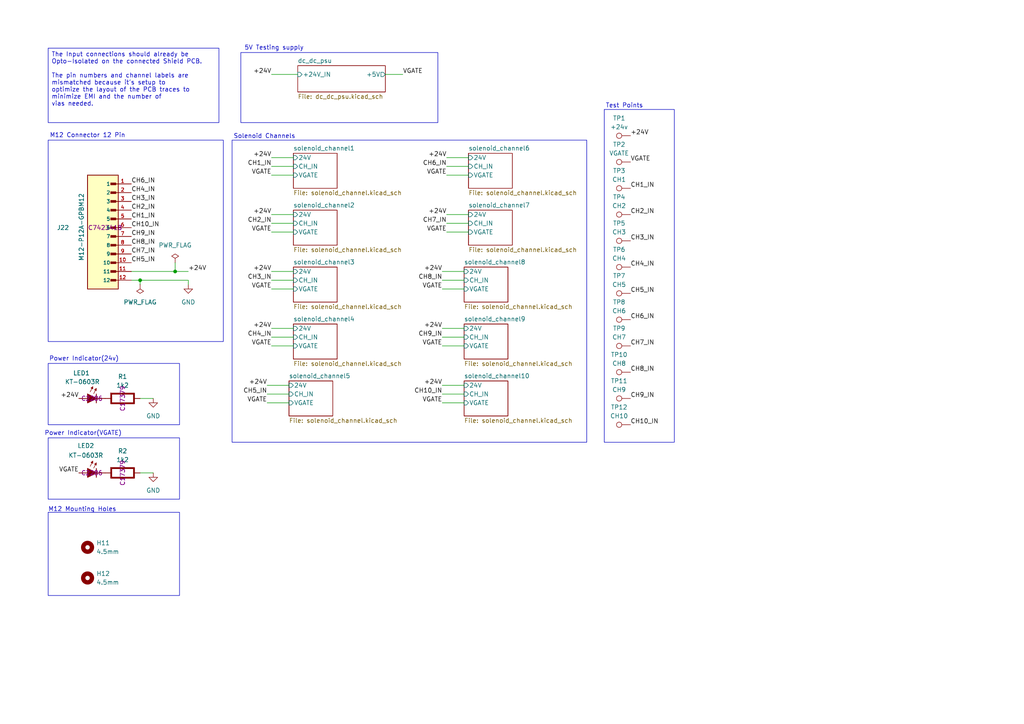
<source format=kicad_sch>
(kicad_sch (version 20250114) (generator "eeschema") (generator_version "9.0")
  (paper "A4")
  (title_block (title "Solenoid_10") (date "2025-04-12") (rev "0.1.0") (company "Homewood Creations") (comment 1 "Author: Jake Goodwin"))
  (lib_symbols
    (symbol "Connector:TestPoint" (pin_numbers (hide yes)) (pin_names (offset 0.762) (hide yes))
      (property "Reference" "TP" (at 0 6.858 0))
      (property "Value" "TestPoint" (at 0 5.08 0))
      (symbol "TestPoint_0_1"
        (circle (center 0 3.302) (radius 0.762))
      )
      (symbol "TestPoint_1_1"
        (pin passive line (at 0 0 90) (length 2.54) (name "1") (number "1"))
      )
    )
    (symbol "Mechanical:MountingHole" (pin_names (offset 1.016)) (exclude_from_sim yes) (in_bom no)
      (property "Reference" "H" (at 0 5.08 0))
      (property "Value" "MountingHole" (at 0 3.175 0))
      (symbol "MountingHole_0_1"
        (circle (center 0 0) (radius 1.27) (stroke (width 1.27)))
      )
    )
    (symbol "PCM_Elektuur:R" (pin_numbers (hide yes)) (pin_names (offset 0) (hide yes))
      (property "Reference" "R" (at 2.54 3.175 0))
      (property "Value" "R" (at 0 0 90))
      (symbol "R_1_1"
        (polyline (pts (xy -1.524 -3.429) (xy 1.524 -3.429) (xy 1.524 3.429) (xy -1.524 3.429) (xy -1.524 -3.429) (xy -1.27 -3.175) (xy -1.27 3.175) (xy 1.27 3.175) (xy 1.27 -3.175) (xy -1.27 -3.175) (xy -1.524 -3.429)) (stroke (width 0.254)) (fill (type outline)))
        (pin passive line (at 0 5.08 270) (length 1.651) (name "+") (number "1"))
        (pin passive line (at 0 -5.08 90) (length 1.651) (name "-") (number "2"))
      )
      (symbol "R_1_2"
        (polyline (pts (xy -0.508 -3.429) (xy 1.524 -3.429) (xy 1.524 3.429) (xy -0.508 3.429) (xy -0.508 3.175) (xy 1.27 3.175) (xy 1.27 -3.175) (xy -0.508 -3.175) (xy -0.508 -3.429)) (stroke (width 0.254)) (fill (type outline)))
        (pin passive line (at 0 5.08 270) (length 1.651) (name "+") (number "1"))
        (pin passive line (at 0 -5.08 90) (length 1.651) (name "-") (number "2"))
      )
      (symbol "R_1_3"
        (polyline (pts (xy 0 3.4798) (xy 0 3.2004) (xy 0.7112 2.794) (xy -1.1938 1.6764) (xy 0.7112 0.5588) (xy -1.1938 -0.5588) (xy 0.7112 -1.6764) (xy -1.1938 -2.794) (xy 0 -3.4798) (xy 0 -3.2004) (xy -0.7112 -2.794) (xy 1.1938 -1.6764) (xy -0.7112 -0.5588) (xy 1.1938 0.5588) (xy -0.7112 1.6764) (xy 1.1938 2.794) (xy 0 3.4798)) (stroke (width 0.254)) (fill (type outline)))
        (pin passive line (at 0 5.08 270) (length 1.6002) (name "+") (number "1"))
        (pin passive line (at 0 -5.08 90) (length 1.6002) (name "-") (number "2"))
      )
      (symbol "R_1_4"
        (polyline (pts (xy 0 4.5466) (xy 0 4.2672) (xy 0.0508 4.2418) (xy 1.016 3.683) (xy -1.524 2.2098) (xy 1.016 0.7366) (xy -1.524 -0.7366) (xy 1.016 -2.2098) (xy -1.524 -3.683) (xy -0.0762 -4.5212) (xy 0 -4.5466) (xy 0 -4.2672) (xy -0.0508 -4.2418) (xy -1.016 -3.683) (xy 1.524 -2.2098) (xy -1.016 -0.7366) (xy 1.524 0.7366) (xy -1.016 2.2098) (xy 1.524 3.683) (xy 0.0762 4.5212) (xy 0 4.5466)) (stroke (width 0.254)) (fill (type outline)))
        (pin passive line (at 0 5.08 270) (length 0.5334) (name "+") (number "1"))
        (pin passive line (at 0 -5.08 90) (length 0.5334) (name "-") (number "2"))
      )
    )
    (symbol "PCM_LED_AKL:LED_1.8mm_SMD" (pin_numbers (hide yes)) (pin_names (offset 1.016) (hide yes))
      (property "Reference" "LED" (at 0 7.62 0))
      (property "Value" "LED_1.8mm_SMD" (at 0 5.08 0))
      (symbol "LED_1.8mm_SMD_0_1"
        (polyline (pts (xy -1.27 1.27) (xy -1.27 -1.27) (xy 1.27 0) (xy -1.27 1.27)) (stroke (width 0.254)) (fill (type outline)))
        (polyline (pts (xy -0.508 1.905) (xy 0.254 3.429)) (stroke (width 0.1524)))
        (polyline (pts (xy 0 2.921) (xy -0.254 3.048)) (stroke (width 0.1524)))
        (polyline (pts (xy 0 2.921) (xy 0.254 2.794)) (stroke (width 0.1524)))
        (polyline (pts (xy 0.254 2.794) (xy -0.254 3.048) (xy 0.254 3.429) (xy 0.254 2.794)) (stroke (width 0.1524)) (fill (type outline)))
        (polyline (pts (xy 0.508 1.397) (xy 1.27 2.921)) (stroke (width 0.1524)))
        (polyline (pts (xy 1.016 2.413) (xy 0.762 2.54)) (stroke (width 0.1524)))
        (polyline (pts (xy 1.016 2.413) (xy 1.27 2.286)) (stroke (width 0.1524)))
        (polyline (pts (xy 1.27 2.286) (xy 0.762 2.54) (xy 1.27 2.921) (xy 1.27 2.286)) (stroke (width 0.1524)) (fill (type outline)))
        (polyline (pts (xy 1.27 1.27) (xy 1.27 -1.27)) (stroke (width 0.254)))
        (polyline (pts (xy 1.27 0) (xy -1.27 0)))
      )
      (symbol "LED_1.8mm_SMD_0_2"
        (polyline (pts (xy -2.54 -2.54) (xy 2.54 2.54)))
        (polyline (pts (xy -2.159 2.413) (xy -2.286 1.778) (xy -1.6764 1.9812) (xy -2.159 2.413)) (fill (type outline)))
        (polyline (pts (xy -1.651 0.889) (xy -2.159 2.413)))
        (polyline (pts (xy -1.016 2.794) (xy -1.143 2.159) (xy -0.5334 2.3622) (xy -1.016 2.794)) (fill (type outline)))
        (polyline (pts (xy -0.889 -0.889) (xy -1.778 0) (xy 0.889 0.889) (xy 0 -1.778) (xy -0.889 -0.889)) (stroke (width 0.254)) (fill (type outline)))
        (polyline (pts (xy -0.508 1.27) (xy -1.016 2.794)))
        (polyline (pts (xy 0 1.778) (xy 1.778 0)) (stroke (width 0.254)))
      )
      (symbol "LED_1.8mm_SMD_1_1"
        (pin passive line (at -3.81 0 0) (length 2.54) (name "A") (number "2"))
        (pin passive line (at 3.81 0 180) (length 2.54) (name "K") (number "1"))
      )
      (symbol "LED_1.8mm_SMD_1_2"
        (pin passive line (at -2.54 -2.54 0) (length 0) (name "A") (number "2"))
        (pin passive line (at 2.54 2.54 180) (length 0) (name "K") (number "1"))
      )
    )
    (symbol "T4140012121-000:T4140012121-000" (pin_names (offset 1.016))
      (property "Reference" "J" (at -3.81 15.875 0))
      (property "Value" "T4140012121-000" (at -3.81 -20.32 0))
      (symbol "T4140012121-000_0_0"
        (rectangle (start -3.81 -17.78) (end 5.08 15.24) (stroke (width 0.254)) (fill (type background)))
        (rectangle (start -3.175 12.3825) (end -1.5875 13.0175) (stroke (width 0.1)) (fill (type outline)))
        (rectangle (start -3.175 9.8425) (end -1.5875 10.4775) (stroke (width 0.1)) (fill (type outline)))
        (rectangle (start -3.175 7.3025) (end -1.5875 7.9375) (stroke (width 0.1)) (fill (type outline)))
        (rectangle (start -3.175 4.7625) (end -1.5875 5.3975) (stroke (width 0.1)) (fill (type outline)))
        (rectangle (start -3.175 2.2225) (end -1.5875 2.8575) (stroke (width 0.1)) (fill (type outline)))
        (rectangle (start -3.175 -0.3175) (end -1.5875 0.3175) (stroke (width 0.1)) (fill (type outline)))
        (rectangle (start -3.175 -2.8575) (end -1.5875 -2.2225) (stroke (width 0.1)) (fill (type outline)))
        (rectangle (start -3.175 -5.3975) (end -1.5875 -4.7625) (stroke (width 0.1)) (fill (type outline)))
        (rectangle (start -3.175 -7.9375) (end -1.5875 -7.3025) (stroke (width 0.1)) (fill (type outline)))
        (rectangle (start -3.175 -10.4775) (end -1.5875 -9.8425) (stroke (width 0.1)) (fill (type outline)))
        (rectangle (start -3.175 -13.0175) (end -1.5875 -12.3825) (stroke (width 0.1)) (fill (type outline)))
        (rectangle (start -3.175 -15.5575) (end -1.5875 -14.9225) (stroke (width 0.1)) (fill (type outline)))
        (pin passive line (at -7.62 12.7 0) (length 5.08) (name "1") (number "1"))
        (pin passive line (at -7.62 10.16 0) (length 5.08) (name "2") (number "2"))
        (pin passive line (at -7.62 7.62 0) (length 5.08) (name "3") (number "3"))
        (pin passive line (at -7.62 5.08 0) (length 5.08) (name "4") (number "4"))
        (pin passive line (at -7.62 2.54 0) (length 5.08) (name "5") (number "5"))
        (pin passive line (at -7.62 0 0) (length 5.08) (name "6") (number "6"))
        (pin passive line (at -7.62 -2.54 0) (length 5.08) (name "7") (number "7"))
        (pin passive line (at -7.62 -5.08 0) (length 5.08) (name "8") (number "8"))
        (pin passive line (at -7.62 -7.62 0) (length 5.08) (name "9") (number "9"))
        (pin passive line (at -7.62 -10.16 0) (length 5.08) (name "10") (number "10"))
        (pin passive line (at -7.62 -12.7 0) (length 5.08) (name "11") (number "11"))
        (pin passive line (at -7.62 -15.24 0) (length 5.08) (name "12") (number "12"))
      )
    )
    (symbol "power:GND" (power) (pin_numbers (hide yes)) (pin_names (offset 0) (hide yes))
      (property "Value" "GND" (at 0 -3.81 0))
      (symbol "GND_0_1"
        (polyline (pts (xy 0 0) (xy 0 -1.27) (xy 1.27 -1.27) (xy 0 -2.54) (xy -1.27 -1.27) (xy 0 -1.27)))
      )
      (symbol "GND_1_1"
        (pin power_in line (at 0 0 270) (length 0) (name "~") (number "1"))
      )
    )
    (symbol "power:PWR_FLAG" (power) (pin_numbers (hide yes)) (pin_names (offset 0) (hide yes))
      (property "Value" "PWR_FLAG" (at 0 3.81 0))
      (symbol "PWR_FLAG_0_0"
        (pin power_out line (at 0 0 90) (length 0) (name "~") (number "1"))
      )
      (symbol "PWR_FLAG_0_1"
        (polyline (pts (xy 0 0) (xy 0 1.27) (xy -1.016 1.905) (xy 0 2.54) (xy 1.016 1.905) (xy 0 1.27)))
      )
    )
  )
  (rectangle (start 175.26 31.75) (end 195.58 128.27))
  (rectangle (start 13.97 127) (end 52.07 144.78))
  (rectangle (start 13.97 40.64) (end 64.77 99.06))
  (rectangle (start 13.97 105.41) (end 52.07 123.19))
  (rectangle (start 69.85 15.24) (end 127 35.56))
  (rectangle (start 13.97 148.59) (end 52.07 172.72))
  (rectangle (start 67.31 40.64) (end 170.18 128.27))
  (text "Power Indicator(VGATE)" (at 24.13 125.73 0) (effects (font (size 1.27 1.27))))
  (text "M12 Mounting Holes" (at 23.876 147.828 0) (effects (font (size 1.27 1.27))))
  (text "Power Indicator(24v)" (at 24.384 104.14 0) (effects (font (size 1.27 1.27))))
  (text "5V Testing supply" (at 79.502 13.97 0) (effects (font (size 1.27 1.27))))
  (text "M12 Connector 12 Pin" (at 25.4 39.37 0) (effects (font (size 1.27 1.27))))
  (text "Solenoid Channels" (at 76.708 39.624 0) (effects (font (size 1.27 1.27))))
  (text "Test Points" (at 181.102 30.734 0) (effects (font (size 1.27 1.27))))
  (text_box "The Input connections should already be Opto-Isolated on the connected Shield PCB.\n\nThe pin numbers and channel labels are mismatched because it's setup to\noptimize the layout of the PCB traces to minimize EMI and the number of \nvias needed." (at 13.97 13.97 0) (size 49.53 21.59) (margins 0.9525 0.9525 0.9525 0.9525) (effects (font (size 1.27 1.27)) (justify left top)))
  (junction (at 40.64 81.28))
  (junction (at 50.8 78.74))
  (wire (pts (xy 78.74 97.79) (xy 85.09 97.79)))
  (wire (pts (xy 78.74 50.8) (xy 85.09 50.8)))
  (wire (pts (xy 128.27 114.3) (xy 134.62 114.3)))
  (wire (pts (xy 128.27 100.33) (xy 134.62 100.33)))
  (wire (pts (xy 128.27 81.28) (xy 134.62 81.28)))
  (wire (pts (xy 129.54 67.31) (xy 135.89 67.31)))
  (wire (pts (xy 40.64 81.28) (xy 54.61 81.28)))
  (wire (pts (xy 78.74 81.28) (xy 85.09 81.28)))
  (wire (pts (xy 78.74 100.33) (xy 85.09 100.33)))
  (wire (pts (xy 78.74 67.31) (xy 85.09 67.31)))
  (wire (pts (xy 129.54 50.8) (xy 135.89 50.8)))
  (wire (pts (xy 128.27 116.84) (xy 134.62 116.84)))
  (wire (pts (xy 44.45 115.57) (xy 40.64 115.57)))
  (wire (pts (xy 128.27 111.76) (xy 134.62 111.76)))
  (wire (pts (xy 38.1 78.74) (xy 50.8 78.74)))
  (wire (pts (xy 111.76 21.59) (xy 116.84 21.59)))
  (wire (pts (xy 50.8 78.74) (xy 54.61 78.74)))
  (wire (pts (xy 78.74 78.74) (xy 85.09 78.74)))
  (wire (pts (xy 78.74 64.77) (xy 85.09 64.77)))
  (wire (pts (xy 128.27 95.25) (xy 134.62 95.25)))
  (wire (pts (xy 44.45 137.16) (xy 40.64 137.16)))
  (wire (pts (xy 78.74 62.23) (xy 85.09 62.23)))
  (wire (pts (xy 50.8 76.2) (xy 50.8 78.74)))
  (wire (pts (xy 129.54 64.77) (xy 135.89 64.77)))
  (wire (pts (xy 38.1 81.28) (xy 40.64 81.28)))
  (wire (pts (xy 78.74 83.82) (xy 85.09 83.82)))
  (wire (pts (xy 128.27 97.79) (xy 134.62 97.79)))
  (wire (pts (xy 129.54 48.26) (xy 135.89 48.26)))
  (wire (pts (xy 128.27 78.74) (xy 134.62 78.74)))
  (wire (pts (xy 128.27 83.82) (xy 134.62 83.82)))
  (wire (pts (xy 77.47 111.76) (xy 83.82 111.76)))
  (wire (pts (xy 77.47 116.84) (xy 83.82 116.84)))
  (wire (pts (xy 78.74 48.26) (xy 85.09 48.26)))
  (wire (pts (xy 40.64 81.28) (xy 40.64 82.55)))
  (wire (pts (xy 129.54 62.23) (xy 135.89 62.23)))
  (wire (pts (xy 77.47 114.3) (xy 83.82 114.3)))
  (wire (pts (xy 78.74 21.59) (xy 86.36 21.59)))
  (wire (pts (xy 54.61 81.28) (xy 54.61 82.55)))
  (wire (pts (xy 78.74 45.72) (xy 85.09 45.72)))
  (wire (pts (xy 78.74 95.25) (xy 85.09 95.25)))
  (wire (pts (xy 129.54 45.72) (xy 135.89 45.72)))
  (label "+24V" (at 78.74 62.23 180))
  (label "CH10_IN" (at 182.88 123.19 0))
  (label "CH7_IN" (at 129.54 64.77 180))
  (label "+24V" (at 128.27 78.74 180))
  (label "VGATE" (at 22.86 137.16 180))
  (label "CH3_IN" (at 182.88 69.85 0))
  (label "CH9_IN" (at 128.27 97.79 180))
  (label "CH1_IN" (at 78.74 48.26 180))
  (label "CH1_IN" (at 182.88 54.61 0))
  (label "VGATE" (at 128.27 83.82 180))
  (label "VGATE" (at 128.27 116.84 180))
  (label "VGATE" (at 116.84 21.59 0))
  (label "+24V" (at 78.74 95.25 180))
  (label "+24V" (at 128.27 95.25 180))
  (label "CH6_IN" (at 182.88 92.71 0))
  (label "CH5_IN" (at 182.88 85.09 0))
  (label "CH5_IN" (at 38.1 76.2 0))
  (label "VGATE" (at 78.74 83.82 180))
  (label "CH8_IN" (at 182.88 107.95 0))
  (label "+24V" (at 77.47 111.76 180))
  (label "CH2_IN" (at 78.74 64.77 180))
  (label "CH2_IN" (at 182.88 62.23 0))
  (label "CH8_IN" (at 128.27 81.28 180))
  (label "CH9_IN" (at 182.88 115.57 0))
  (label "VGATE" (at 77.47 116.84 180))
  (label "+24V" (at 78.74 45.72 180))
  (label "VGATE" (at 128.27 100.33 180))
  (label "CH10_IN" (at 128.27 114.3 180))
  (label "CH6_IN" (at 129.54 48.26 180))
  (label "VGATE" (at 129.54 67.31 180))
  (label "CH9_IN" (at 38.1 68.58 0))
  (label "CH6_IN" (at 38.1 53.34 0))
  (label "VGATE" (at 78.74 50.8 180))
  (label "+24V" (at 128.27 111.76 180))
  (label "CH3_IN" (at 38.1 58.42 0))
  (label "CH1_IN" (at 38.1 63.5 0))
  (label "VGATE" (at 78.74 67.31 180))
  (label "CH8_IN" (at 38.1 71.12 0))
  (label "CH7_IN" (at 182.88 100.33 0))
  (label "+24V" (at 78.74 21.59 180))
  (label "CH5_IN" (at 77.47 114.3 180))
  (label "CH3_IN" (at 78.74 81.28 180))
  (label "VGATE" (at 182.88 46.99 0))
  (label "+24V" (at 78.74 78.74 180))
  (label "CH4_IN" (at 182.88 77.47 0))
  (label "CH10_IN" (at 38.1 66.04 0))
  (label "+24V" (at 182.88 39.37 0))
  (label "CH2_IN" (at 38.1 60.96 0))
  (label "CH7_IN" (at 38.1 73.66 0))
  (label "+24V" (at 129.54 62.23 180))
  (label "VGATE" (at 129.54 50.8 180))
  (label "+24V" (at 54.61 78.74 0))
  (label "+24V" (at 129.54 45.72 180))
  (label "VGATE" (at 78.74 100.33 180))
  (label "+24V" (at 22.86 115.57 180))
  (label "CH4_IN" (at 78.74 97.79 180))
  (label "CH4_IN" (at 38.1 55.88 0))
  (symbol (lib_id "power:PWR_FLAG") (at 50.8 76.2 0) (unit 1)
    (property "Reference" "#FLG04" (effects (hide yes)))
    (property "Value" "PWR_FLAG" (at 50.8 71.12 0))
    (property "Description" "Special symbol for telling ERC where power comes from" (effects (hide yes)))
  )
  (symbol (lib_id "PCM_LED_AKL:LED_1.8mm_SMD") (at 26.67 115.57 0) (unit 1) (in_bom no)
    (property "Reference" "LED1" (at 23.622 108.204 0))
    (property "Value" "KT-0603R" (at 23.876 110.744 0))
    (property "Footprint" "PCM_LED_SMD_AKL:LED_0603_1608Metric_Pad1.05x0.95mm" (effects (hide yes)))
    (property "Description" "LED, Generic 1.8mm SMD subminiature gull wing, Alternate KiCad Library" (effects (hide yes)))
    (property "JLCPCB" "C2286" (at 26.67 115.57 0))
  )
  (symbol (lib_id "Connector:TestPoint") (at 182.88 62.23 90) (unit 1) (in_bom no)
    (property "Reference" "TP4" (at 179.578 57.15 90))
    (property "Value" "CH2" (at 179.578 59.69 90))
    (property "Footprint" "TestPoint:TestPoint_Pad_1.0x1.0mm" (effects (hide yes)))
    (property "Description" "test point" (effects (hide yes)))
  )
  (symbol (lib_id "Connector:TestPoint") (at 182.88 85.09 90) (unit 1) (in_bom no)
    (property "Reference" "TP7" (at 179.578 80.01 90))
    (property "Value" "CH5" (at 179.578 82.55 90))
    (property "Footprint" "TestPoint:TestPoint_Pad_1.0x1.0mm" (effects (hide yes)))
    (property "Description" "test point" (effects (hide yes)))
  )
  (symbol (lib_id "Connector:TestPoint") (at 182.88 123.19 90) (unit 1) (in_bom no)
    (property "Reference" "TP12" (at 179.578 118.11 90))
    (property "Value" "CH10" (at 179.578 120.65 90))
    (property "Footprint" "TestPoint:TestPoint_Pad_1.0x1.0mm" (effects (hide yes)))
    (property "Description" "test point" (effects (hide yes)))
  )
  (symbol (lib_id "PCM_Elektuur:R") (at 35.56 137.16 270) (unit 1) (in_bom no)
    (property "Reference" "R2" (at 35.56 130.81 90))
    (property "Value" "1k2" (at 35.56 133.35 90))
    (property "Footprint" "Resistor_SMD:R_0805_2012Metric_Pad1.20x1.40mm_HandSolder" (effects (hide yes)))
    (property "Description" "resistor" (effects (hide yes)))
    (property "Indicator" "+" (effects (hide yes)))
    (property "Rating" "W" (effects (hide yes)))
    (property "JLCPCB" "C17379" (at 35.56 137.16 0))
  )
  (symbol (lib_id "Mechanical:MountingHole") (at 25.4 167.64 0) (unit 1) (exclude_from_sim yes) (in_bom no)
    (property "Reference" "H12" (at 27.94 166.3699 0) (effects (justify left)))
    (property "Value" "4.5mm" (at 27.94 168.9099 0) (effects (justify left)))
    (property "Footprint" "MountingHole:MountingHole_4.5mm" (effects (hide yes)))
    (property "Description" "Mounting Hole without connection" (effects (hide yes)))
  )
  (symbol (lib_id "Connector:TestPoint") (at 182.88 100.33 90) (unit 1) (in_bom no)
    (property "Reference" "TP9" (at 179.578 95.25 90))
    (property "Value" "CH7" (at 179.578 97.79 90))
    (property "Footprint" "TestPoint:TestPoint_Pad_1.0x1.0mm" (effects (hide yes)))
    (property "Description" "test point" (effects (hide yes)))
  )
  (symbol (lib_id "Mechanical:MountingHole") (at 25.4 158.75 0) (unit 1) (exclude_from_sim yes) (in_bom no)
    (property "Reference" "H11" (at 27.94 157.4799 0) (effects (justify left)))
    (property "Value" "4.5mm" (at 27.94 160.0199 0) (effects (justify left)))
    (property "Footprint" "MountingHole:MountingHole_4.5mm" (effects (hide yes)))
    (property "Description" "Mounting Hole without connection" (effects (hide yes)))
  )
  (symbol (lib_id "Connector:TestPoint") (at 182.88 54.61 90) (unit 1) (in_bom no)
    (property "Reference" "TP3" (at 179.578 49.53 90))
    (property "Value" "CH1" (at 179.578 52.07 90))
    (property "Footprint" "TestPoint:TestPoint_Pad_1.0x1.0mm" (effects (hide yes)))
    (property "Description" "test point" (effects (hide yes)))
  )
  (symbol (lib_id "Connector:TestPoint") (at 182.88 69.85 90) (unit 1) (in_bom no)
    (property "Reference" "TP5" (at 179.578 64.77 90))
    (property "Value" "CH3" (at 179.578 67.31 90))
    (property "Footprint" "TestPoint:TestPoint_Pad_1.0x1.0mm" (effects (hide yes)))
    (property "Description" "test point" (effects (hide yes)))
  )
  (symbol (lib_id "T4140012121-000:T4140012121-000") (at 30.48 66.04 0) (mirror y) (unit 1)
    (property "Reference" "J22" (at 20.066 66.04 0) (effects (justify left)))
    (property "Value" "M12-P12A-GPBM12" (at 23.622 75.692 90) (effects (justify left)))
    (property "Footprint" "solenoid_fp:TE_T4140012121-000" (effects (hide yes)))
    (property "PARTREV" "B" (effects (hide yes)))
    (property "STANDARD" "Manufacturer Recommendations" (effects (hide yes)))
    (property "MAXIMUM_PACKAGE_HEIGHT" "23mm" (effects (hide yes)))
    (property "MANUFACTURER" "TE Connectivity" (effects (hide yes)))
    (property "JLCPCB" "C7423418" (at 30.48 66.04 0))
  )
  (symbol (lib_id "PCM_LED_AKL:LED_1.8mm_SMD") (at 26.67 137.16 0) (unit 1) (in_bom no)
    (property "Reference" "LED2" (at 24.892 129.286 0))
    (property "Value" "KT-0603R" (at 24.892 132.08 0))
    (property "Footprint" "PCM_LED_SMD_AKL:LED_0603_1608Metric_Pad1.05x0.95mm" (effects (hide yes)))
    (property "Description" "LED, Generic 1.8mm SMD subminiature gull wing, Alternate KiCad Library" (effects (hide yes)))
    (property "JLCPCB" "C2286" (at 26.67 137.16 0))
  )
  (symbol (lib_id "power:GND") (at 44.45 115.57 0) (unit 1)
    (property "Reference" "#PWR02" (effects (hide yes)))
    (property "Value" "GND" (at 44.45 120.65 0))
    (property "Description" "Power symbol creates a global label with name \"GND\" , ground" (effects (hide yes)))
  )
  (symbol (lib_id "Connector:TestPoint") (at 182.88 115.57 90) (unit 1) (in_bom no)
    (property "Reference" "TP11" (at 179.578 110.49 90))
    (property "Value" "CH9" (at 179.578 113.03 90))
    (property "Footprint" "TestPoint:TestPoint_Pad_1.0x1.0mm" (effects (hide yes)))
    (property "Description" "test point" (effects (hide yes)))
  )
  (symbol (lib_id "PCM_Elektuur:R") (at 35.56 115.57 270) (unit 1) (in_bom no)
    (property "Reference" "R1" (at 35.56 109.22 90))
    (property "Value" "1k2" (at 35.56 111.76 90))
    (property "Footprint" "Resistor_SMD:R_0805_2012Metric_Pad1.20x1.40mm_HandSolder" (effects (hide yes)))
    (property "Description" "resistor" (effects (hide yes)))
    (property "Indicator" "+" (effects (hide yes)))
    (property "Rating" "W" (effects (hide yes)))
    (property "JLCPCB" "C17379" (at 35.56 115.57 0))
  )
  (symbol (lib_id "power:PWR_FLAG") (at 40.64 82.55 180) (unit 1)
    (property "Reference" "#FLG05" (effects (hide yes)))
    (property "Value" "PWR_FLAG" (at 40.64 87.63 0))
    (property "Description" "Special symbol for telling ERC where power comes from" (effects (hide yes)))
  )
  (symbol (lib_id "power:GND") (at 54.61 82.55 0) (unit 1)
    (property "Reference" "#PWR015" (effects (hide yes)))
    (property "Value" "GND" (at 54.61 87.63 0))
    (property "Description" "Power symbol creates a global label with name \"GND\" , ground" (effects (hide yes)))
  )
  (symbol (lib_id "Connector:TestPoint") (at 182.88 92.71 90) (unit 1) (in_bom no)
    (property "Reference" "TP8" (at 179.578 87.63 90))
    (property "Value" "CH6" (at 179.578 90.17 90))
    (property "Footprint" "TestPoint:TestPoint_Pad_1.0x1.0mm" (effects (hide yes)))
    (property "Description" "test point" (effects (hide yes)))
  )
  (symbol (lib_id "Connector:TestPoint") (at 182.88 46.99 90) (unit 1) (in_bom no)
    (property "Reference" "TP2" (at 179.578 41.91 90))
    (property "Value" "VGATE" (at 179.578 44.45 90))
    (property "Footprint" "TestPoint:TestPoint_Pad_1.0x1.0mm" (effects (hide yes)))
    (property "Description" "test point" (effects (hide yes)))
  )
  (symbol (lib_id "power:GND") (at 44.45 137.16 0) (unit 1)
    (property "Reference" "#PWR03" (effects (hide yes)))
    (property "Value" "GND" (at 44.45 142.24 0))
    (property "Description" "Power symbol creates a global label with name \"GND\" , ground" (effects (hide yes)))
  )
  (symbol (lib_id "Connector:TestPoint") (at 182.88 107.95 90) (unit 1) (in_bom no)
    (property "Reference" "TP10" (at 179.578 102.87 90))
    (property "Value" "CH8" (at 179.578 105.41 90))
    (property "Footprint" "TestPoint:TestPoint_Pad_1.0x1.0mm" (effects (hide yes)))
    (property "Description" "test point" (effects (hide yes)))
  )
  (symbol (lib_id "Connector:TestPoint") (at 182.88 77.47 90) (unit 1) (in_bom no)
    (property "Reference" "TP6" (at 179.578 72.39 90))
    (property "Value" "CH4" (at 179.578 74.93 90))
    (property "Footprint" "TestPoint:TestPoint_Pad_1.0x1.0mm" (effects (hide yes)))
    (property "Description" "test point" (effects (hide yes)))
  )
  (symbol (lib_id "Connector:TestPoint") (at 182.88 39.37 90) (unit 1) (in_bom no)
    (property "Reference" "TP1" (at 179.578 34.29 90))
    (property "Value" "+24v" (at 179.578 36.83 90))
    (property "Footprint" "TestPoint:TestPoint_Pad_1.0x1.0mm" (effects (hide yes)))
    (property "Description" "test point" (effects (hide yes)))
  )
  (sheet (at 85.09 77.47) (size 12.7 10.16) (stroke (width 0.1524))
    (property "Sheetname" "solenoid_channel3" (at 85.09 76.7584 0) (effects (justify left bottom)))
    (property "Sheetfile" "solenoid_channel.kicad_sch" (at 85.09 88.2146 0) (effects (justify left top)))
    (pin "24V" input (at 85.09 78.74 180))
    (pin "CH_IN" input (at 85.09 81.28 180))
    (pin "VGATE" input (at 85.09 83.82 180))
  )
  (sheet (at 85.09 44.45) (size 12.7 10.16) (stroke (width 0.1524))
    (property "Sheetname" "solenoid_channel1" (at 85.09 43.7384 0) (effects (justify left bottom)))
    (property "Sheetfile" "solenoid_channel.kicad_sch" (at 85.09 55.1946 0) (effects (justify left top)))
    (pin "24V" input (at 85.09 45.72 180))
    (pin "CH_IN" input (at 85.09 48.26 180))
    (pin "VGATE" input (at 85.09 50.8 180))
  )
  (sheet (at 134.62 110.49) (size 12.7 10.16) (stroke (width 0.1524))
    (property "Sheetname" "solenoid_channel10" (at 134.62 109.7784 0) (effects (justify left bottom)))
    (property "Sheetfile" "solenoid_channel.kicad_sch" (at 134.62 121.2346 0) (effects (justify left top)))
    (pin "24V" input (at 134.62 111.76 180))
    (pin "CH_IN" input (at 134.62 114.3 180))
    (pin "VGATE" input (at 134.62 116.84 180))
  )
  (sheet (at 85.09 93.98) (size 12.7 10.16) (stroke (width 0.1524))
    (property "Sheetname" "solenoid_channel4" (at 85.09 93.2684 0) (effects (justify left bottom)))
    (property "Sheetfile" "solenoid_channel.kicad_sch" (at 85.09 104.7246 0) (effects (justify left top)))
    (pin "24V" input (at 85.09 95.25 180))
    (pin "CH_IN" input (at 85.09 97.79 180))
    (pin "VGATE" input (at 85.09 100.33 180))
  )
  (sheet (at 134.62 77.47) (size 12.7 10.16) (stroke (width 0.1524))
    (property "Sheetname" "solenoid_channel8" (at 134.62 76.7584 0) (effects (justify left bottom)))
    (property "Sheetfile" "solenoid_channel.kicad_sch" (at 134.62 88.2146 0) (effects (justify left top)))
    (pin "24V" input (at 134.62 78.74 180))
    (pin "CH_IN" input (at 134.62 81.28 180))
    (pin "VGATE" input (at 134.62 83.82 180))
  )
  (sheet (at 134.62 93.98) (size 12.7 10.16) (stroke (width 0.1524))
    (property "Sheetname" "solenoid_channel9" (at 134.62 93.2684 0) (effects (justify left bottom)))
    (property "Sheetfile" "solenoid_channel.kicad_sch" (at 134.62 104.7246 0) (effects (justify left top)))
    (pin "24V" input (at 134.62 95.25 180))
    (pin "CH_IN" input (at 134.62 97.79 180))
    (pin "VGATE" input (at 134.62 100.33 180))
  )
  (sheet (at 86.36 19.05) (size 25.4 7.62) (stroke (width 0.1524))
    (property "Sheetname" "dc_dc_psu" (at 86.36 18.3384 0) (effects (justify left bottom)))
    (property "Sheetfile" "dc_dc_psu.kicad_sch" (at 86.36 27.2546 0) (effects (justify left top)))
    (pin "+5V" output (at 111.76 21.59 0))
    (pin "+24V_IN" input (at 86.36 21.59 180))
  )
  (sheet (at 135.89 44.45) (size 12.7 10.16) (stroke (width 0.1524))
    (property "Sheetname" "solenoid_channel6" (at 135.89 43.7384 0) (effects (justify left bottom)))
    (property "Sheetfile" "solenoid_channel.kicad_sch" (at 135.89 55.1946 0) (effects (justify left top)))
    (pin "24V" input (at 135.89 45.72 180))
    (pin "CH_IN" input (at 135.89 48.26 180))
    (pin "VGATE" input (at 135.89 50.8 180))
  )
  (sheet (at 83.82 110.49) (size 12.7 10.16) (stroke (width 0.1524))
    (property "Sheetname" "solenoid_channel5" (at 83.82 109.7784 0) (effects (justify left bottom)))
    (property "Sheetfile" "solenoid_channel.kicad_sch" (at 83.82 121.2346 0) (effects (justify left top)))
    (pin "24V" input (at 83.82 111.76 180))
    (pin "CH_IN" input (at 83.82 114.3 180))
    (pin "VGATE" input (at 83.82 116.84 180))
  )
  (sheet (at 135.89 60.96) (size 12.7 10.16) (stroke (width 0.1524))
    (property "Sheetname" "solenoid_channel7" (at 135.89 60.2484 0) (effects (justify left bottom)))
    (property "Sheetfile" "solenoid_channel.kicad_sch" (at 135.89 71.7046 0) (effects (justify left top)))
    (pin "24V" input (at 135.89 62.23 180))
    (pin "CH_IN" input (at 135.89 64.77 180))
    (pin "VGATE" input (at 135.89 67.31 180))
  )
  (sheet (at 85.09 60.96) (size 12.7 10.16) (stroke (width 0.1524))
    (property "Sheetname" "solenoid_channel2" (at 85.09 60.2484 0) (effects (justify left bottom)))
    (property "Sheetfile" "solenoid_channel.kicad_sch" (at 85.09 71.7046 0) (effects (justify left top)))
    (pin "24V" input (at 85.09 62.23 180))
    (pin "CH_IN" input (at 85.09 64.77 180))
    (pin "VGATE" input (at 85.09 67.31 180))
  )
)
</source>
